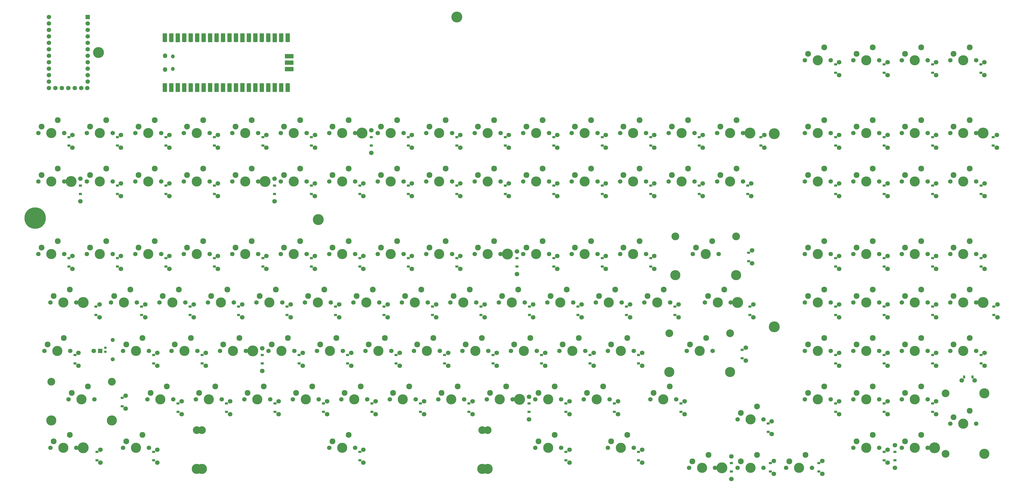
<source format=gbr>
%TF.GenerationSoftware,KiCad,Pcbnew,9.99.0-2510-g416e54f0d5*%
%TF.CreationDate,2026-02-08T14:48:21-05:00*%
%TF.ProjectId,dimension-PCB,64696d65-6e73-4696-9f6e-2d5043422e6b,rev?*%
%TF.SameCoordinates,Original*%
%TF.FileFunction,Soldermask,Bot*%
%TF.FilePolarity,Negative*%
%FSLAX46Y46*%
G04 Gerber Fmt 4.6, Leading zero omitted, Abs format (unit mm)*
G04 Created by KiCad (PCBNEW 9.99.0-2510-g416e54f0d5) date 2026-02-08 14:48:21*
%MOMM*%
%LPD*%
G01*
G04 APERTURE LIST*
G04 Aperture macros list*
%AMRoundRect*
0 Rectangle with rounded corners*
0 $1 Rounding radius*
0 $2 $3 $4 $5 $6 $7 $8 $9 X,Y pos of 4 corners*
0 Add a 4 corners polygon primitive as box body*
4,1,4,$2,$3,$4,$5,$6,$7,$8,$9,$2,$3,0*
0 Add four circle primitives for the rounded corners*
1,1,$1+$1,$2,$3*
1,1,$1+$1,$4,$5*
1,1,$1+$1,$6,$7*
1,1,$1+$1,$8,$9*
0 Add four rect primitives between the rounded corners*
20,1,$1+$1,$2,$3,$4,$5,0*
20,1,$1+$1,$4,$5,$6,$7,0*
20,1,$1+$1,$6,$7,$8,$9,0*
20,1,$1+$1,$8,$9,$2,$3,0*%
G04 Aperture macros list end*
%ADD10C,1.800000*%
%ADD11R,1.200000X0.900000*%
%ADD12C,4.300000*%
%ADD13C,3.987800*%
%ADD14C,3.048000*%
%ADD15C,8.400000*%
%ADD16C,2.300000*%
%ADD17C,1.750000*%
%ADD18R,3.500000X1.700000*%
%ADD19O,1.700000X1.700000*%
%ADD20R,1.700000X1.700000*%
%ADD21R,1.700000X3.500000*%
%ADD22O,1.800000X1.800000*%
%ADD23O,1.500000X1.500000*%
%ADD24RoundRect,0.225000X0.375000X-0.225000X0.375000X0.225000X-0.375000X0.225000X-0.375000X-0.225000X0*%
%ADD25R,1.800000X1.800000*%
%ADD26C,1.600000*%
%ADD27O,1.600000X1.600000*%
%ADD28RoundRect,0.200000X0.275000X-0.200000X0.275000X0.200000X-0.275000X0.200000X-0.275000X-0.200000X0*%
%ADD29R,1.752600X1.752600*%
%ADD30C,1.752600*%
%ADD31RoundRect,0.225000X-0.225000X-0.375000X0.225000X-0.375000X0.225000X0.375000X-0.225000X0.375000X0*%
G04 APERTURE END LIST*
D10*
%TO.C,D87*%
X333680000Y-235122000D03*
D11*
X333680000Y-232200000D03*
X333680000Y-228900000D03*
D10*
X333680000Y-226232000D03*
%TD*%
D12*
%TO.C,H20*%
X329962500Y-230747500D03*
%TD*%
%TO.C,H19*%
X79012500Y-222880000D03*
%TD*%
D10*
%TO.C,D118*%
X397970000Y-230717000D03*
D11*
X397970000Y-227795000D03*
X397970000Y-224495000D03*
D10*
X397970000Y-221827000D03*
%TD*%
D12*
%TO.C,H18*%
X413580000Y-222880000D03*
%TD*%
D10*
%TO.C,D66*%
X254160000Y-211667000D03*
D11*
X254160000Y-208745000D03*
X254160000Y-205445000D03*
D10*
X254160000Y-202777000D03*
%TD*%
D12*
%TO.C,H17*%
X250462500Y-203830000D03*
%TD*%
D10*
%TO.C,D31*%
X149390000Y-192617000D03*
D11*
X149390000Y-189695000D03*
X149390000Y-186395000D03*
D10*
X149390000Y-183727000D03*
%TD*%
D12*
%TO.C,H16*%
X145687500Y-184780000D03*
%TD*%
%TO.C,H15*%
X432630000Y-165730000D03*
%TD*%
%TO.C,H14*%
X336187500Y-165730000D03*
%TD*%
D13*
%TO.C,BSPCSTAB1*%
X335531250Y-154935000D03*
D14*
X335531250Y-139695000D03*
D13*
X311718750Y-154935000D03*
D14*
X311718750Y-139695000D03*
%TD*%
D13*
%TO.C,ENTSTAB1*%
X333150000Y-193035000D03*
D14*
X333150000Y-177795000D03*
D13*
X309337500Y-193035000D03*
D14*
X309337500Y-177795000D03*
%TD*%
D15*
%TO.C,H1*%
X60120000Y-132510000D03*
%TD*%
D12*
%TO.C,H2*%
X225860000Y-53480000D03*
%TD*%
%TO.C,H3*%
X350550000Y-99317500D03*
%TD*%
%TO.C,H4*%
X350550000Y-175317500D03*
%TD*%
%TO.C,H5*%
X171350000Y-133105000D03*
%TD*%
%TO.C,H6*%
X85000000Y-67440000D03*
%TD*%
%TO.C,H7*%
X188550000Y-99055000D03*
%TD*%
%TO.C,H8*%
X340950000Y-99055000D03*
%TD*%
%TO.C,H9*%
X432630000Y-99055000D03*
%TD*%
%TO.C,H10*%
X74250000Y-118105000D03*
%TD*%
%TO.C,H11*%
X150450000Y-118105000D03*
%TD*%
%TO.C,H12*%
X245700000Y-146680000D03*
%TD*%
%TO.C,H13*%
X79012500Y-165730000D03*
%TD*%
D13*
%TO.C,LSHFTSTAB1*%
X90262500Y-212085000D03*
D14*
X90262500Y-196845000D03*
D13*
X66450000Y-212085000D03*
D14*
X66450000Y-196845000D03*
%TD*%
D16*
%TO.C,MX1*%
X88040000Y-93975000D03*
X81690000Y-96515000D03*
D17*
X90580000Y-99055000D03*
D13*
X85500000Y-99055000D03*
D17*
X80420000Y-99055000D03*
%TD*%
D16*
%TO.C,MX2*%
X68990000Y-93975000D03*
X62640000Y-96515000D03*
D17*
X71530000Y-99055000D03*
D13*
X66450000Y-99055000D03*
D17*
X61370000Y-99055000D03*
%TD*%
D16*
%TO.C,MX3*%
X68990000Y-113025000D03*
X62640000Y-115565000D03*
D17*
X71530000Y-118105000D03*
D13*
X66450000Y-118105000D03*
D17*
X61370000Y-118105000D03*
%TD*%
D16*
%TO.C,MX4*%
X88040000Y-113025000D03*
X81690000Y-115565000D03*
D17*
X90580000Y-118105000D03*
D13*
X85500000Y-118105000D03*
D17*
X80420000Y-118105000D03*
%TD*%
D16*
%TO.C,MX5*%
X88040000Y-141600000D03*
X81690000Y-144140000D03*
D17*
X90580000Y-146680000D03*
D13*
X85500000Y-146680000D03*
D17*
X80420000Y-146680000D03*
%TD*%
D16*
%TO.C,MX6*%
X68990000Y-141600000D03*
X62640000Y-144140000D03*
D17*
X71530000Y-146680000D03*
D13*
X66450000Y-146680000D03*
D17*
X61370000Y-146680000D03*
%TD*%
D16*
%TO.C,MX7*%
X97565000Y-160650000D03*
X91215000Y-163190000D03*
D17*
X100105000Y-165730000D03*
D13*
X95025000Y-165730000D03*
D17*
X89945000Y-165730000D03*
%TD*%
D16*
%TO.C,MX8*%
X73752500Y-160650000D03*
X67402500Y-163190000D03*
D17*
X76292500Y-165730000D03*
D13*
X71212500Y-165730000D03*
D17*
X66132500Y-165730000D03*
%TD*%
D16*
%TO.C,MX9*%
X71371250Y-179700000D03*
X65021250Y-182240000D03*
D17*
X73911250Y-184780000D03*
D13*
X68831250Y-184780000D03*
D17*
X63751250Y-184780000D03*
%TD*%
D16*
%TO.C,MX10*%
X80896250Y-198750000D03*
X74546250Y-201290000D03*
D17*
X83436250Y-203830000D03*
D13*
X78356250Y-203830000D03*
D17*
X73276250Y-203830000D03*
%TD*%
D16*
%TO.C,MX11*%
X73752500Y-217800000D03*
X67402500Y-220340000D03*
D17*
X76292500Y-222880000D03*
D13*
X71212500Y-222880000D03*
D17*
X66132500Y-222880000D03*
%TD*%
D16*
%TO.C,MX12*%
X107090000Y-93975000D03*
X100740000Y-96515000D03*
D17*
X109630000Y-99055000D03*
D13*
X104550000Y-99055000D03*
D17*
X99470000Y-99055000D03*
%TD*%
D16*
%TO.C,MX13*%
X126140000Y-93975000D03*
X119790000Y-96515000D03*
D17*
X128680000Y-99055000D03*
D13*
X123600000Y-99055000D03*
D17*
X118520000Y-99055000D03*
%TD*%
D16*
%TO.C,MX14*%
X126140000Y-113025000D03*
X119790000Y-115565000D03*
D17*
X128680000Y-118105000D03*
D13*
X123600000Y-118105000D03*
D17*
X118520000Y-118105000D03*
%TD*%
D16*
%TO.C,MX15*%
X107090000Y-113025000D03*
X100740000Y-115565000D03*
D17*
X109630000Y-118105000D03*
D13*
X104550000Y-118105000D03*
D17*
X99470000Y-118105000D03*
%TD*%
D16*
%TO.C,MX16*%
X107090000Y-141600000D03*
X100740000Y-144140000D03*
D17*
X109630000Y-146680000D03*
D13*
X104550000Y-146680000D03*
D17*
X99470000Y-146680000D03*
%TD*%
D16*
%TO.C,MX17*%
X126140000Y-141600000D03*
X119790000Y-144140000D03*
D17*
X128680000Y-146680000D03*
D13*
X123600000Y-146680000D03*
D17*
X118520000Y-146680000D03*
%TD*%
D16*
%TO.C,MX18*%
X116615000Y-160650000D03*
X110265000Y-163190000D03*
D17*
X119155000Y-165730000D03*
D13*
X114075000Y-165730000D03*
D17*
X108995000Y-165730000D03*
%TD*%
D16*
%TO.C,MX19*%
X121377500Y-179700000D03*
X115027500Y-182240000D03*
D17*
X123917500Y-184780000D03*
D13*
X118837500Y-184780000D03*
D17*
X113757500Y-184780000D03*
%TD*%
D16*
%TO.C,MX20*%
X102327500Y-179700000D03*
X95977500Y-182240000D03*
D17*
X104867500Y-184780000D03*
D13*
X99787500Y-184780000D03*
D17*
X94707500Y-184780000D03*
%TD*%
D16*
%TO.C,MX21*%
X111852500Y-198750000D03*
X105502500Y-201290000D03*
D17*
X114392500Y-203830000D03*
D13*
X109312500Y-203830000D03*
D17*
X104232500Y-203830000D03*
%TD*%
D16*
%TO.C,MX22*%
X102327500Y-217800000D03*
X95977500Y-220340000D03*
D17*
X104867500Y-222880000D03*
D13*
X99787500Y-222880000D03*
D17*
X94707500Y-222880000D03*
%TD*%
D16*
%TO.C,MX23*%
X164240000Y-93975000D03*
X157890000Y-96515000D03*
D17*
X166780000Y-99055000D03*
D13*
X161700000Y-99055000D03*
D17*
X156620000Y-99055000D03*
%TD*%
D16*
%TO.C,MX24*%
X145190000Y-93975000D03*
X138840000Y-96515000D03*
D17*
X147730000Y-99055000D03*
D13*
X142650000Y-99055000D03*
D17*
X137570000Y-99055000D03*
%TD*%
D16*
%TO.C,MX25*%
X145190000Y-113025000D03*
X138840000Y-115565000D03*
D17*
X147730000Y-118105000D03*
D13*
X142650000Y-118105000D03*
D17*
X137570000Y-118105000D03*
%TD*%
D16*
%TO.C,MX26*%
X164240000Y-113025000D03*
X157890000Y-115565000D03*
D17*
X166780000Y-118105000D03*
D13*
X161700000Y-118105000D03*
D17*
X156620000Y-118105000D03*
%TD*%
D16*
%TO.C,MX27*%
X145190000Y-141600000D03*
X138840000Y-144140000D03*
D17*
X147730000Y-146680000D03*
D13*
X142650000Y-146680000D03*
D17*
X137570000Y-146680000D03*
%TD*%
D16*
%TO.C,MX28*%
X154715000Y-160650000D03*
X148365000Y-163190000D03*
D17*
X157255000Y-165730000D03*
D13*
X152175000Y-165730000D03*
D17*
X147095000Y-165730000D03*
%TD*%
D16*
%TO.C,MX29*%
X135665000Y-160650000D03*
X129315000Y-163190000D03*
D17*
X138205000Y-165730000D03*
D13*
X133125000Y-165730000D03*
D17*
X128045000Y-165730000D03*
%TD*%
D16*
%TO.C,MX30*%
X159477500Y-179700000D03*
X153127500Y-182240000D03*
D17*
X162017500Y-184780000D03*
D13*
X156937500Y-184780000D03*
D17*
X151857500Y-184780000D03*
%TD*%
D16*
%TO.C,MX31*%
X140427500Y-179700000D03*
X134077500Y-182240000D03*
D17*
X142967500Y-184780000D03*
D13*
X137887500Y-184780000D03*
D17*
X132807500Y-184780000D03*
%TD*%
D16*
%TO.C,MX32*%
X149952500Y-198750000D03*
X143602500Y-201290000D03*
D17*
X152492500Y-203830000D03*
D13*
X147412500Y-203830000D03*
D17*
X142332500Y-203830000D03*
%TD*%
D16*
%TO.C,MX33*%
X130902500Y-198750000D03*
X124552500Y-201290000D03*
D17*
X133442500Y-203830000D03*
D13*
X128362500Y-203830000D03*
D17*
X123282500Y-203830000D03*
%TD*%
D16*
%TO.C,MX34*%
X183290000Y-93975000D03*
X176940000Y-96515000D03*
D17*
X185830000Y-99055000D03*
D13*
X180750000Y-99055000D03*
D17*
X175670000Y-99055000D03*
%TD*%
D16*
%TO.C,MX35*%
X183290000Y-113025000D03*
X176940000Y-115565000D03*
D17*
X185830000Y-118105000D03*
D13*
X180750000Y-118105000D03*
D17*
X175670000Y-118105000D03*
%TD*%
D16*
%TO.C,MX36*%
X183290000Y-141600000D03*
X176940000Y-144140000D03*
D17*
X185830000Y-146680000D03*
D13*
X180750000Y-146680000D03*
D17*
X175670000Y-146680000D03*
%TD*%
D16*
%TO.C,MX37*%
X164240000Y-141600000D03*
X157890000Y-144140000D03*
D17*
X166780000Y-146680000D03*
D13*
X161700000Y-146680000D03*
D17*
X156620000Y-146680000D03*
%TD*%
D16*
%TO.C,MX38*%
X192815000Y-160650000D03*
X186465000Y-163190000D03*
D17*
X195355000Y-165730000D03*
D13*
X190275000Y-165730000D03*
D17*
X185195000Y-165730000D03*
%TD*%
D16*
%TO.C,MX39*%
X173765000Y-160650000D03*
X167415000Y-163190000D03*
D17*
X176305000Y-165730000D03*
D13*
X171225000Y-165730000D03*
D17*
X166145000Y-165730000D03*
%TD*%
D16*
%TO.C,MX40*%
X197577500Y-179700000D03*
X191227500Y-182240000D03*
D17*
X200117500Y-184780000D03*
D13*
X195037500Y-184780000D03*
D17*
X189957500Y-184780000D03*
%TD*%
D16*
%TO.C,MX41*%
X178527500Y-179700000D03*
X172177500Y-182240000D03*
D17*
X181067500Y-184780000D03*
D13*
X175987500Y-184780000D03*
D17*
X170907500Y-184780000D03*
%TD*%
D16*
%TO.C,MX42*%
X188052500Y-198750000D03*
X181702500Y-201290000D03*
D17*
X190592500Y-203830000D03*
D13*
X185512500Y-203830000D03*
D17*
X180432500Y-203830000D03*
%TD*%
D16*
%TO.C,MX43*%
X169002500Y-198750000D03*
X162652500Y-201290000D03*
D17*
X171542500Y-203830000D03*
D13*
X166462500Y-203830000D03*
D17*
X161382500Y-203830000D03*
%TD*%
D16*
%TO.C,MX44*%
X183290000Y-217800000D03*
X176940000Y-220340000D03*
D17*
X185830000Y-222880000D03*
D13*
X180750000Y-222880000D03*
D17*
X175670000Y-222880000D03*
%TD*%
D16*
%TO.C,MX45*%
X221390000Y-93975000D03*
X215040000Y-96515000D03*
D17*
X223930000Y-99055000D03*
D13*
X218850000Y-99055000D03*
D17*
X213770000Y-99055000D03*
%TD*%
D16*
%TO.C,MX46*%
X202340000Y-93975000D03*
X195990000Y-96515000D03*
D17*
X204880000Y-99055000D03*
D13*
X199800000Y-99055000D03*
D17*
X194720000Y-99055000D03*
%TD*%
D16*
%TO.C,MX47*%
X221390000Y-113025000D03*
X215040000Y-115565000D03*
D17*
X223930000Y-118105000D03*
D13*
X218850000Y-118105000D03*
D17*
X213770000Y-118105000D03*
%TD*%
D16*
%TO.C,MX48*%
X202340000Y-113025000D03*
X195990000Y-115565000D03*
D17*
X204880000Y-118105000D03*
D13*
X199800000Y-118105000D03*
D17*
X194720000Y-118105000D03*
%TD*%
D16*
%TO.C,MX49*%
X221390000Y-141600000D03*
X215040000Y-144140000D03*
D17*
X223930000Y-146680000D03*
D13*
X218850000Y-146680000D03*
D17*
X213770000Y-146680000D03*
%TD*%
D16*
%TO.C,MX50*%
X202340000Y-141600000D03*
X195990000Y-144140000D03*
D17*
X204880000Y-146680000D03*
D13*
X199800000Y-146680000D03*
D17*
X194720000Y-146680000D03*
%TD*%
D16*
%TO.C,MX51*%
X230915000Y-160650000D03*
X224565000Y-163190000D03*
D17*
X233455000Y-165730000D03*
D13*
X228375000Y-165730000D03*
D17*
X223295000Y-165730000D03*
%TD*%
D16*
%TO.C,MX52*%
X211865000Y-160650000D03*
X205515000Y-163190000D03*
D17*
X214405000Y-165730000D03*
D13*
X209325000Y-165730000D03*
D17*
X204245000Y-165730000D03*
%TD*%
D16*
%TO.C,MX53*%
X216627500Y-179700000D03*
X210277500Y-182240000D03*
D17*
X219167500Y-184780000D03*
D13*
X214087500Y-184780000D03*
D17*
X209007500Y-184780000D03*
%TD*%
D16*
%TO.C,MX54*%
X226152500Y-198750000D03*
X219802500Y-201290000D03*
D17*
X228692500Y-203830000D03*
D13*
X223612500Y-203830000D03*
D17*
X218532500Y-203830000D03*
%TD*%
D16*
%TO.C,MX55*%
X207102500Y-198750000D03*
X200752500Y-201290000D03*
D17*
X209642500Y-203830000D03*
D13*
X204562500Y-203830000D03*
D17*
X199482500Y-203830000D03*
%TD*%
D16*
%TO.C,MX56*%
X259490000Y-93975000D03*
X253140000Y-96515000D03*
D17*
X262030000Y-99055000D03*
D13*
X256950000Y-99055000D03*
D17*
X251870000Y-99055000D03*
%TD*%
D16*
%TO.C,MX57*%
X240440000Y-93975000D03*
X234090000Y-96515000D03*
D17*
X242980000Y-99055000D03*
D13*
X237900000Y-99055000D03*
D17*
X232820000Y-99055000D03*
%TD*%
D16*
%TO.C,MX58*%
X259490000Y-113025000D03*
X253140000Y-115565000D03*
D17*
X262030000Y-118105000D03*
D13*
X256950000Y-118105000D03*
D17*
X251870000Y-118105000D03*
%TD*%
D16*
%TO.C,MX59*%
X240440000Y-113025000D03*
X234090000Y-115565000D03*
D17*
X242980000Y-118105000D03*
D13*
X237900000Y-118105000D03*
D17*
X232820000Y-118105000D03*
%TD*%
D16*
%TO.C,MX60*%
X259490000Y-141600000D03*
X253140000Y-144140000D03*
D17*
X262030000Y-146680000D03*
D13*
X256950000Y-146680000D03*
D17*
X251870000Y-146680000D03*
%TD*%
D16*
%TO.C,MX61*%
X240440000Y-141600000D03*
X234090000Y-144140000D03*
D17*
X242980000Y-146680000D03*
D13*
X237900000Y-146680000D03*
D17*
X232820000Y-146680000D03*
%TD*%
D16*
%TO.C,MX62*%
X249965000Y-160650000D03*
X243615000Y-163190000D03*
D17*
X252505000Y-165730000D03*
D13*
X247425000Y-165730000D03*
D17*
X242345000Y-165730000D03*
%TD*%
D16*
%TO.C,MX63*%
X254727500Y-179700000D03*
X248377500Y-182240000D03*
D17*
X257267500Y-184780000D03*
D13*
X252187500Y-184780000D03*
D17*
X247107500Y-184780000D03*
%TD*%
D16*
%TO.C,MX64*%
X235677500Y-179700000D03*
X229327500Y-182240000D03*
D17*
X238217500Y-184780000D03*
D13*
X233137500Y-184780000D03*
D17*
X228057500Y-184780000D03*
%TD*%
D16*
%TO.C,MX65*%
X264252500Y-198750000D03*
X257902500Y-201290000D03*
D17*
X266792500Y-203830000D03*
D13*
X261712500Y-203830000D03*
D17*
X256632500Y-203830000D03*
%TD*%
D16*
%TO.C,MX66*%
X245202500Y-198750000D03*
X238852500Y-201290000D03*
D17*
X247742500Y-203830000D03*
D13*
X242662500Y-203830000D03*
D17*
X237582500Y-203830000D03*
%TD*%
D16*
%TO.C,MX67*%
X278540000Y-93975000D03*
X272190000Y-96515000D03*
D17*
X281080000Y-99055000D03*
D13*
X276000000Y-99055000D03*
D17*
X270920000Y-99055000D03*
%TD*%
D16*
%TO.C,MX68*%
X278540000Y-113025000D03*
X272190000Y-115565000D03*
D17*
X281080000Y-118105000D03*
D13*
X276000000Y-118105000D03*
D17*
X270920000Y-118105000D03*
%TD*%
D16*
%TO.C,MX69*%
X297590000Y-141600000D03*
X291240000Y-144140000D03*
D17*
X300130000Y-146680000D03*
D13*
X295050000Y-146680000D03*
D17*
X289970000Y-146680000D03*
%TD*%
D16*
%TO.C,MX70*%
X278540000Y-141600000D03*
X272190000Y-144140000D03*
D17*
X281080000Y-146680000D03*
D13*
X276000000Y-146680000D03*
D17*
X270920000Y-146680000D03*
%TD*%
D16*
%TO.C,MX71*%
X288065000Y-160650000D03*
X281715000Y-163190000D03*
D17*
X290605000Y-165730000D03*
D13*
X285525000Y-165730000D03*
D17*
X280445000Y-165730000D03*
%TD*%
D16*
%TO.C,MX72*%
X269015000Y-160650000D03*
X262665000Y-163190000D03*
D17*
X271555000Y-165730000D03*
D13*
X266475000Y-165730000D03*
D17*
X261395000Y-165730000D03*
%TD*%
D16*
%TO.C,MX73*%
X292827500Y-179700000D03*
X286477500Y-182240000D03*
D17*
X295367500Y-184780000D03*
D13*
X290287500Y-184780000D03*
D17*
X285207500Y-184780000D03*
%TD*%
D16*
%TO.C,MX74*%
X273777500Y-179700000D03*
X267427500Y-182240000D03*
D17*
X276317500Y-184780000D03*
D13*
X271237500Y-184780000D03*
D17*
X266157500Y-184780000D03*
%TD*%
D16*
%TO.C,MX75*%
X283302500Y-198750000D03*
X276952500Y-201290000D03*
D17*
X285842500Y-203830000D03*
D13*
X280762500Y-203830000D03*
D17*
X275682500Y-203830000D03*
%TD*%
D16*
%TO.C,MX76*%
X292827500Y-217800000D03*
X286477500Y-220340000D03*
D17*
X295367500Y-222880000D03*
D13*
X290287500Y-222880000D03*
D17*
X285207500Y-222880000D03*
%TD*%
D16*
%TO.C,MX77*%
X264252500Y-217800000D03*
X257902500Y-220340000D03*
D17*
X266792500Y-222880000D03*
D13*
X261712500Y-222880000D03*
D17*
X256632500Y-222880000D03*
%TD*%
D16*
%TO.C,MX78*%
X316640000Y-93975000D03*
X310290000Y-96515000D03*
D17*
X319180000Y-99055000D03*
D13*
X314100000Y-99055000D03*
D17*
X309020000Y-99055000D03*
%TD*%
D16*
%TO.C,MX79*%
X297590000Y-93975000D03*
X291240000Y-96515000D03*
D17*
X300130000Y-99055000D03*
D13*
X295050000Y-99055000D03*
D17*
X289970000Y-99055000D03*
%TD*%
D16*
%TO.C,MX80*%
X316640000Y-113025000D03*
X310290000Y-115565000D03*
D17*
X319180000Y-118105000D03*
D13*
X314100000Y-118105000D03*
D17*
X309020000Y-118105000D03*
%TD*%
D16*
%TO.C,MX81*%
X297590000Y-113025000D03*
X291240000Y-115565000D03*
D17*
X300130000Y-118105000D03*
D13*
X295050000Y-118105000D03*
D17*
X289970000Y-118105000D03*
%TD*%
D16*
%TO.C,MX82*%
X326165000Y-141600000D03*
X319815000Y-144140000D03*
D17*
X328705000Y-146680000D03*
D13*
X323625000Y-146680000D03*
D17*
X318545000Y-146680000D03*
%TD*%
D16*
%TO.C,MX83*%
X330927500Y-160650000D03*
X324577500Y-163190000D03*
D17*
X333467500Y-165730000D03*
D13*
X328387500Y-165730000D03*
D17*
X323307500Y-165730000D03*
%TD*%
D16*
%TO.C,MX84*%
X307115000Y-160650000D03*
X300765000Y-163190000D03*
D17*
X309655000Y-165730000D03*
D13*
X304575000Y-165730000D03*
D17*
X299495000Y-165730000D03*
%TD*%
D16*
%TO.C,MX85*%
X323783750Y-179700000D03*
X317433750Y-182240000D03*
D17*
X326323750Y-184780000D03*
D13*
X321243750Y-184780000D03*
D17*
X316163750Y-184780000D03*
%TD*%
D16*
%TO.C,MX86*%
X309496250Y-198750000D03*
X303146250Y-201290000D03*
D17*
X312036250Y-203830000D03*
D13*
X306956250Y-203830000D03*
D17*
X301876250Y-203830000D03*
%TD*%
D16*
%TO.C,MX87*%
X324702500Y-225667500D03*
X318352500Y-228207500D03*
D17*
X327242500Y-230747500D03*
D13*
X322162500Y-230747500D03*
D17*
X317082500Y-230747500D03*
%TD*%
D16*
%TO.C,MX88*%
X343752500Y-225667500D03*
X337402500Y-228207500D03*
D17*
X346292500Y-230747500D03*
D13*
X341212500Y-230747500D03*
D17*
X336132500Y-230747500D03*
%TD*%
D16*
%TO.C,MX89*%
X370220000Y-65400000D03*
X363870000Y-67940000D03*
D17*
X372760000Y-70480000D03*
D13*
X367680000Y-70480000D03*
D17*
X362600000Y-70480000D03*
%TD*%
D16*
%TO.C,MX90*%
X370220000Y-93975000D03*
X363870000Y-96515000D03*
D17*
X372760000Y-99055000D03*
D13*
X367680000Y-99055000D03*
D17*
X362600000Y-99055000D03*
%TD*%
D16*
%TO.C,MX91*%
X335690000Y-93975000D03*
X329340000Y-96515000D03*
D17*
X338230000Y-99055000D03*
D13*
X333150000Y-99055000D03*
D17*
X328070000Y-99055000D03*
%TD*%
D16*
%TO.C,MX92*%
X370220000Y-113025000D03*
X363870000Y-115565000D03*
D17*
X372760000Y-118105000D03*
D13*
X367680000Y-118105000D03*
D17*
X362600000Y-118105000D03*
%TD*%
D16*
%TO.C,MX93*%
X335690000Y-113025000D03*
X329340000Y-115565000D03*
D17*
X338230000Y-118105000D03*
D13*
X333150000Y-118105000D03*
D17*
X328070000Y-118105000D03*
%TD*%
D16*
%TO.C,MX94*%
X370220000Y-141600000D03*
X363870000Y-144140000D03*
D17*
X372760000Y-146680000D03*
D13*
X367680000Y-146680000D03*
D17*
X362600000Y-146680000D03*
%TD*%
D16*
%TO.C,MX95*%
X370220000Y-160650000D03*
X363870000Y-163190000D03*
D17*
X372760000Y-165730000D03*
D13*
X367680000Y-165730000D03*
D17*
X362600000Y-165730000D03*
%TD*%
D16*
%TO.C,MX96*%
X370220000Y-179700000D03*
X363870000Y-182240000D03*
D17*
X372760000Y-184780000D03*
D13*
X367680000Y-184780000D03*
D17*
X362600000Y-184780000D03*
%TD*%
D16*
%TO.C,MX97*%
X370220000Y-198750000D03*
X363870000Y-201290000D03*
D17*
X372760000Y-203830000D03*
D13*
X367680000Y-203830000D03*
D17*
X362600000Y-203830000D03*
%TD*%
D16*
%TO.C,MX98*%
X343752500Y-206617500D03*
X337402500Y-209157500D03*
D17*
X346292500Y-211697500D03*
D13*
X341212500Y-211697500D03*
D17*
X336132500Y-211697500D03*
%TD*%
D16*
%TO.C,MX99*%
X362802500Y-225667500D03*
X356452500Y-228207500D03*
D17*
X365342500Y-230747500D03*
D13*
X360262500Y-230747500D03*
D17*
X355182500Y-230747500D03*
%TD*%
D16*
%TO.C,MX100*%
X389270000Y-65400000D03*
X382920000Y-67940000D03*
D17*
X391810000Y-70480000D03*
D13*
X386730000Y-70480000D03*
D17*
X381650000Y-70480000D03*
%TD*%
D16*
%TO.C,MX101*%
X389270000Y-93975000D03*
X382920000Y-96515000D03*
D17*
X391810000Y-99055000D03*
D13*
X386730000Y-99055000D03*
D17*
X381650000Y-99055000D03*
%TD*%
D16*
%TO.C,MX102*%
X389270000Y-113025000D03*
X382920000Y-115565000D03*
D17*
X391810000Y-118105000D03*
D13*
X386730000Y-118105000D03*
D17*
X381650000Y-118105000D03*
%TD*%
D16*
%TO.C,MX103*%
X389270000Y-141600000D03*
X382920000Y-144140000D03*
D17*
X391810000Y-146680000D03*
D13*
X386730000Y-146680000D03*
D17*
X381650000Y-146680000D03*
%TD*%
D16*
%TO.C,MX104*%
X389270000Y-160650000D03*
X382920000Y-163190000D03*
D17*
X391810000Y-165730000D03*
D13*
X386730000Y-165730000D03*
D17*
X381650000Y-165730000D03*
%TD*%
D16*
%TO.C,MX105*%
X389270000Y-179700000D03*
X382920000Y-182240000D03*
D17*
X391810000Y-184780000D03*
D13*
X386730000Y-184780000D03*
D17*
X381650000Y-184780000D03*
%TD*%
D16*
%TO.C,MX106*%
X389270000Y-198750000D03*
X382920000Y-201290000D03*
D17*
X391810000Y-203830000D03*
D13*
X386730000Y-203830000D03*
D17*
X381650000Y-203830000D03*
%TD*%
D16*
%TO.C,MX107*%
X389270000Y-217800000D03*
X382920000Y-220340000D03*
D17*
X391810000Y-222880000D03*
D13*
X386730000Y-222880000D03*
D17*
X381650000Y-222880000D03*
%TD*%
D16*
%TO.C,MX111*%
X408320000Y-65400000D03*
X401970000Y-67940000D03*
D17*
X410860000Y-70480000D03*
D13*
X405780000Y-70480000D03*
D17*
X400700000Y-70480000D03*
%TD*%
D16*
%TO.C,MX112*%
X408320000Y-93975000D03*
X401970000Y-96515000D03*
D17*
X410860000Y-99055000D03*
D13*
X405780000Y-99055000D03*
D17*
X400700000Y-99055000D03*
%TD*%
D16*
%TO.C,MX113*%
X408320000Y-113025000D03*
X401970000Y-115565000D03*
D17*
X410860000Y-118105000D03*
D13*
X405780000Y-118105000D03*
D17*
X400700000Y-118105000D03*
%TD*%
D16*
%TO.C,MX114*%
X408320000Y-141600000D03*
X401970000Y-144140000D03*
D17*
X410860000Y-146680000D03*
D13*
X405780000Y-146680000D03*
D17*
X400700000Y-146680000D03*
%TD*%
D16*
%TO.C,MX115*%
X408320000Y-160650000D03*
X401970000Y-163190000D03*
D17*
X410860000Y-165730000D03*
D13*
X405780000Y-165730000D03*
D17*
X400700000Y-165730000D03*
%TD*%
D16*
%TO.C,MX116*%
X408320000Y-179700000D03*
X401970000Y-182240000D03*
D17*
X410860000Y-184780000D03*
D13*
X405780000Y-184780000D03*
D17*
X400700000Y-184780000D03*
%TD*%
D16*
%TO.C,MX117*%
X408320000Y-198750000D03*
X401970000Y-201290000D03*
D17*
X410860000Y-203830000D03*
D13*
X405780000Y-203830000D03*
D17*
X400700000Y-203830000D03*
%TD*%
D16*
%TO.C,MX118*%
X408320000Y-217800000D03*
X401970000Y-220340000D03*
D17*
X410860000Y-222880000D03*
D13*
X405780000Y-222880000D03*
D17*
X400700000Y-222880000D03*
%TD*%
D16*
%TO.C,MX122*%
X427370000Y-65400000D03*
X421020000Y-67940000D03*
D17*
X429910000Y-70480000D03*
D13*
X424830000Y-70480000D03*
D17*
X419750000Y-70480000D03*
%TD*%
D16*
%TO.C,MX123*%
X427370000Y-93975000D03*
X421020000Y-96515000D03*
D17*
X429910000Y-99055000D03*
D13*
X424830000Y-99055000D03*
D17*
X419750000Y-99055000D03*
%TD*%
D16*
%TO.C,MX124*%
X427370000Y-113025000D03*
X421020000Y-115565000D03*
D17*
X429910000Y-118105000D03*
D13*
X424830000Y-118105000D03*
D17*
X419750000Y-118105000D03*
%TD*%
D16*
%TO.C,MX125*%
X427370000Y-141600000D03*
X421020000Y-144140000D03*
D17*
X429910000Y-146680000D03*
D13*
X424830000Y-146680000D03*
D17*
X419750000Y-146680000D03*
%TD*%
D16*
%TO.C,MX126*%
X427370000Y-160650000D03*
X421020000Y-163190000D03*
D17*
X429910000Y-165730000D03*
D13*
X424830000Y-165730000D03*
D17*
X419750000Y-165730000D03*
%TD*%
D16*
%TO.C,MX127*%
X427370000Y-179700000D03*
X421020000Y-182240000D03*
D17*
X429910000Y-184780000D03*
D13*
X424830000Y-184780000D03*
D17*
X419750000Y-184780000D03*
%TD*%
D16*
%TO.C,MX128*%
X427370000Y-208275000D03*
X421020000Y-210815000D03*
D17*
X429910000Y-213355000D03*
D13*
X424830000Y-213355000D03*
D17*
X419750000Y-213355000D03*
%TD*%
D13*
%TO.C,NUMENTSTAB1*%
X433085000Y-201448750D03*
D14*
X417845000Y-201448750D03*
D13*
X433085000Y-225261250D03*
D14*
X417845000Y-225261250D03*
%TD*%
D13*
%TO.C,SPACESTAB1*%
X237900000Y-231135000D03*
D14*
X237900000Y-215895000D03*
D13*
X235840000Y-231135000D03*
D14*
X235840000Y-215895000D03*
D13*
X125660000Y-231135000D03*
D14*
X125660000Y-215895000D03*
D13*
X123600000Y-231135000D03*
D14*
X123600000Y-215895000D03*
%TD*%
D18*
%TO.C,U1*%
X160000000Y-73940000D03*
D19*
X159100000Y-73940000D03*
D18*
X160000000Y-71400000D03*
D20*
X159100000Y-71400000D03*
D18*
X160000000Y-68860000D03*
D19*
X159100000Y-68860000D03*
D21*
X111070000Y-81190000D03*
D19*
X111070000Y-80290000D03*
D21*
X113610000Y-81190000D03*
D19*
X113610000Y-80290000D03*
D21*
X116150000Y-81190000D03*
D20*
X116150000Y-80290000D03*
D21*
X118690000Y-81190000D03*
D19*
X118690000Y-80290000D03*
D21*
X121230000Y-81190000D03*
D19*
X121230000Y-80290000D03*
D21*
X123770000Y-81190000D03*
D19*
X123770000Y-80290000D03*
D21*
X126310000Y-81190000D03*
D19*
X126310000Y-80290000D03*
D21*
X128850000Y-81190000D03*
D20*
X128850000Y-80290000D03*
D21*
X131390000Y-81190000D03*
D19*
X131390000Y-80290000D03*
D21*
X133930000Y-81190000D03*
D19*
X133930000Y-80290000D03*
D21*
X136470000Y-81190000D03*
D19*
X136470000Y-80290000D03*
D21*
X139010000Y-81190000D03*
D19*
X139010000Y-80290000D03*
D21*
X141550000Y-81190000D03*
D20*
X141550000Y-80290000D03*
D21*
X144090000Y-81190000D03*
D19*
X144090000Y-80290000D03*
D21*
X146630000Y-81190000D03*
D19*
X146630000Y-80290000D03*
D21*
X149170000Y-81190000D03*
D19*
X149170000Y-80290000D03*
D21*
X151710000Y-81190000D03*
D19*
X151710000Y-80290000D03*
D21*
X154250000Y-81190000D03*
D20*
X154250000Y-80290000D03*
D21*
X156790000Y-81190000D03*
D19*
X156790000Y-80290000D03*
D21*
X159330000Y-81190000D03*
D19*
X159330000Y-80290000D03*
D21*
X159330000Y-61610000D03*
D19*
X159330000Y-62510000D03*
D21*
X156790000Y-61610000D03*
D19*
X156790000Y-62510000D03*
D21*
X154250000Y-61610000D03*
D20*
X154250000Y-62510000D03*
D21*
X151710000Y-61610000D03*
D19*
X151710000Y-62510000D03*
D21*
X149170000Y-61610000D03*
D19*
X149170000Y-62510000D03*
D21*
X146630000Y-61610000D03*
D19*
X146630000Y-62510000D03*
D21*
X144090000Y-61610000D03*
D19*
X144090000Y-62510000D03*
D21*
X141550000Y-61610000D03*
D20*
X141550000Y-62510000D03*
D21*
X139010000Y-61610000D03*
D19*
X139010000Y-62510000D03*
D21*
X136470000Y-61610000D03*
D19*
X136470000Y-62510000D03*
D21*
X133930000Y-61610000D03*
D19*
X133930000Y-62510000D03*
D21*
X131390000Y-61610000D03*
D19*
X131390000Y-62510000D03*
D21*
X128850000Y-61610000D03*
D20*
X128850000Y-62510000D03*
D21*
X126310000Y-61610000D03*
D19*
X126310000Y-62510000D03*
D21*
X123770000Y-61610000D03*
D19*
X123770000Y-62510000D03*
D21*
X121230000Y-61610000D03*
D19*
X121230000Y-62510000D03*
D21*
X118690000Y-61610000D03*
D19*
X118690000Y-62510000D03*
D21*
X116150000Y-61610000D03*
D20*
X116150000Y-62510000D03*
D21*
X113610000Y-61610000D03*
D19*
X113610000Y-62510000D03*
D21*
X111070000Y-61610000D03*
D19*
X111070000Y-62510000D03*
D22*
X111200000Y-74125000D03*
D23*
X114230000Y-73825000D03*
X114230000Y-68975000D03*
D22*
X111200000Y-68675000D03*
%TD*%
D10*
%TO.C,D123*%
X437967500Y-99800000D03*
D24*
X436567500Y-100670000D03*
X436567500Y-103970000D03*
D10*
X437967500Y-104840000D03*
%TD*%
%TO.C,D24*%
X151010000Y-104840000D03*
D24*
X149610000Y-103970000D03*
X149610000Y-100670000D03*
D10*
X151010000Y-99800000D03*
%TD*%
%TO.C,D34*%
X192240000Y-106892000D03*
D11*
X192240000Y-103970000D03*
X192240000Y-100670000D03*
D10*
X192240000Y-98002000D03*
%TD*%
%TO.C,D61*%
X249430000Y-154517000D03*
D11*
X249430000Y-151595000D03*
X249430000Y-148295000D03*
D10*
X249430000Y-145627000D03*
%TD*%
%TO.C,D25*%
X154190000Y-125942000D03*
D11*
X154190000Y-123020000D03*
X154190000Y-119720000D03*
D10*
X154190000Y-117052000D03*
%TD*%
D25*
%TO.C,LED1*%
X85700000Y-184780000D03*
D10*
X83160000Y-184780000D03*
%TD*%
D26*
%TO.C,R2*%
X90600000Y-188020000D03*
D27*
X90600000Y-180400000D03*
%TD*%
D10*
%TO.C,D60*%
X265310000Y-152465000D03*
D24*
X263910000Y-151595000D03*
X263910000Y-148295000D03*
D10*
X265310000Y-147425000D03*
%TD*%
%TO.C,D80*%
X322460000Y-123890000D03*
D24*
X321060000Y-123020000D03*
X321060000Y-119720000D03*
D10*
X322460000Y-118850000D03*
%TD*%
%TO.C,D45*%
X227210000Y-104840000D03*
D24*
X225810000Y-103970000D03*
X225810000Y-100670000D03*
D10*
X227210000Y-99800000D03*
%TD*%
%TO.C,D96*%
X376040000Y-190565000D03*
D24*
X374640000Y-189695000D03*
X374640000Y-186395000D03*
D10*
X376040000Y-185525000D03*
%TD*%
%TO.C,D37*%
X170060000Y-152465000D03*
D24*
X168660000Y-151595000D03*
X168660000Y-148295000D03*
D10*
X170060000Y-147425000D03*
%TD*%
%TO.C,D10*%
X95737500Y-207420000D03*
D24*
X94337500Y-206550000D03*
X94337500Y-203250000D03*
D10*
X95737500Y-202380000D03*
%TD*%
%TO.C,D103*%
X395090000Y-152465000D03*
D24*
X393690000Y-151595000D03*
X393690000Y-148295000D03*
D10*
X395090000Y-147425000D03*
%TD*%
%TO.C,D22*%
X108147500Y-228665000D03*
D24*
X106747500Y-227795000D03*
X106747500Y-224495000D03*
D10*
X108147500Y-223625000D03*
%TD*%
%TO.C,D47*%
X227210000Y-123890000D03*
D24*
X225810000Y-123020000D03*
X225810000Y-119720000D03*
D10*
X227210000Y-118850000D03*
%TD*%
%TO.C,D58*%
X265310000Y-123890000D03*
D24*
X263910000Y-123020000D03*
X263910000Y-119720000D03*
D10*
X265310000Y-118850000D03*
%TD*%
%TO.C,D39*%
X179585000Y-171515000D03*
D24*
X178185000Y-170645000D03*
X178185000Y-167345000D03*
D10*
X179585000Y-166475000D03*
%TD*%
%TO.C,D78*%
X322460000Y-104840000D03*
D24*
X321060000Y-103970000D03*
X321060000Y-100670000D03*
D10*
X322460000Y-99800000D03*
%TD*%
%TO.C,D115*%
X414140000Y-171515000D03*
D24*
X412740000Y-170645000D03*
X412740000Y-167345000D03*
D10*
X414140000Y-166475000D03*
%TD*%
%TO.C,D56*%
X265310000Y-104840000D03*
D24*
X263910000Y-103970000D03*
X263910000Y-100670000D03*
D10*
X265310000Y-99800000D03*
%TD*%
%TO.C,D42*%
X193872500Y-209615000D03*
D24*
X192472500Y-208745000D03*
X192472500Y-205445000D03*
D10*
X193872500Y-204575000D03*
%TD*%
%TO.C,D50*%
X208160000Y-152465000D03*
D24*
X206760000Y-151595000D03*
X206760000Y-148295000D03*
D10*
X208160000Y-147425000D03*
%TD*%
%TO.C,D112*%
X414140000Y-104840000D03*
D24*
X412740000Y-103970000D03*
X412740000Y-100670000D03*
D10*
X414140000Y-99800000D03*
%TD*%
%TO.C,D104*%
X395090000Y-171515000D03*
D24*
X393690000Y-170645000D03*
X393690000Y-167345000D03*
D10*
X395090000Y-166475000D03*
%TD*%
%TO.C,D2*%
X74810000Y-104840000D03*
D24*
X73410000Y-103970000D03*
X73410000Y-100670000D03*
D10*
X74810000Y-99800000D03*
%TD*%
%TO.C,D48*%
X208160000Y-123890000D03*
D24*
X206760000Y-123020000D03*
X206760000Y-119720000D03*
D10*
X208160000Y-118850000D03*
%TD*%
%TO.C,D122*%
X433110000Y-76265000D03*
D24*
X431710000Y-75395000D03*
X431710000Y-72095000D03*
D10*
X433110000Y-71225000D03*
%TD*%
%TO.C,D40*%
X203397500Y-190565000D03*
D24*
X201997500Y-189695000D03*
X201997500Y-186395000D03*
D10*
X203397500Y-185525000D03*
%TD*%
%TO.C,D91*%
X346681250Y-104840000D03*
D24*
X345281250Y-103970000D03*
X345281250Y-100670000D03*
D10*
X346681250Y-99800000D03*
%TD*%
%TO.C,D126*%
X438227500Y-171515000D03*
D24*
X436827500Y-170645000D03*
X436827500Y-167345000D03*
D10*
X438227500Y-166475000D03*
%TD*%
%TO.C,D92*%
X376040000Y-123890000D03*
D24*
X374640000Y-123020000D03*
X374640000Y-119720000D03*
D10*
X376040000Y-118850000D03*
%TD*%
%TO.C,D28*%
X160535000Y-171515000D03*
D24*
X159135000Y-170645000D03*
X159135000Y-167345000D03*
D10*
X160535000Y-166475000D03*
%TD*%
%TO.C,D52*%
X217685000Y-171515000D03*
D24*
X216285000Y-170645000D03*
X216285000Y-167345000D03*
D10*
X217685000Y-166475000D03*
%TD*%
%TO.C,D14*%
X131960000Y-123890000D03*
D24*
X130560000Y-123020000D03*
X130560000Y-119720000D03*
D10*
X131960000Y-118850000D03*
%TD*%
%TO.C,D3*%
X77910000Y-125942000D03*
D11*
X77910000Y-123020000D03*
X77910000Y-119720000D03*
D10*
X77910000Y-117052000D03*
%TD*%
%TO.C,D69*%
X303410000Y-152465000D03*
D24*
X302010000Y-151595000D03*
X302010000Y-148295000D03*
D10*
X303410000Y-147425000D03*
%TD*%
%TO.C,D23*%
X170100000Y-104840000D03*
D24*
X168700000Y-103970000D03*
X168700000Y-100670000D03*
D10*
X170100000Y-99800000D03*
%TD*%
%TO.C,D102*%
X395090000Y-123890000D03*
D24*
X393690000Y-123020000D03*
X393690000Y-119720000D03*
D10*
X395090000Y-118850000D03*
%TD*%
%TO.C,D125*%
X433190000Y-152465000D03*
D24*
X431790000Y-151595000D03*
X431790000Y-148295000D03*
D10*
X433190000Y-147425000D03*
%TD*%
%TO.C,D26*%
X170060000Y-123890000D03*
D24*
X168660000Y-123020000D03*
X168660000Y-119720000D03*
D10*
X170060000Y-118850000D03*
%TD*%
%TO.C,D16*%
X112910000Y-152465000D03*
D24*
X111510000Y-151595000D03*
X111510000Y-148295000D03*
D10*
X112910000Y-147425000D03*
%TD*%
%TO.C,D27*%
X151010000Y-152465000D03*
D24*
X149610000Y-151595000D03*
X149610000Y-148295000D03*
D10*
X151010000Y-147425000D03*
%TD*%
%TO.C,D35*%
X189110000Y-123890000D03*
D24*
X187710000Y-123020000D03*
X187710000Y-119720000D03*
D10*
X189110000Y-118850000D03*
%TD*%
%TO.C,D90*%
X376040000Y-104840000D03*
D24*
X374640000Y-103970000D03*
X374640000Y-100670000D03*
D10*
X376040000Y-99800000D03*
%TD*%
%TO.C,D9*%
X77191250Y-190565000D03*
D24*
X75791250Y-189695000D03*
X75791250Y-186395000D03*
D10*
X77191250Y-185525000D03*
%TD*%
%TO.C,D83*%
X342357500Y-171515000D03*
D24*
X340957500Y-170645000D03*
X340957500Y-167345000D03*
D10*
X342357500Y-166475000D03*
%TD*%
%TO.C,D82*%
X341860000Y-150290000D03*
D24*
X340460000Y-149420000D03*
X340460000Y-146120000D03*
D10*
X341860000Y-145250000D03*
%TD*%
%TO.C,D17*%
X131960000Y-152465000D03*
D24*
X130560000Y-151595000D03*
X130560000Y-148295000D03*
D10*
X131960000Y-147425000D03*
%TD*%
D28*
%TO.C,R1*%
X87700000Y-185125000D03*
X87700000Y-183475000D03*
%TD*%
D10*
%TO.C,D111*%
X414140000Y-76265000D03*
D24*
X412740000Y-75395000D03*
X412740000Y-72095000D03*
D10*
X414140000Y-71225000D03*
%TD*%
%TO.C,D95*%
X376040000Y-171515000D03*
D24*
X374640000Y-170645000D03*
X374640000Y-167345000D03*
D10*
X376040000Y-166475000D03*
%TD*%
%TO.C,D63*%
X260547500Y-190565000D03*
D24*
X259147500Y-189695000D03*
X259147500Y-186395000D03*
D10*
X260547500Y-185525000D03*
%TD*%
%TO.C,D74*%
X279597500Y-190565000D03*
D24*
X278197500Y-189695000D03*
X278197500Y-186395000D03*
D10*
X279597500Y-185525000D03*
%TD*%
%TO.C,D46*%
X208160000Y-104840000D03*
D24*
X206760000Y-103970000D03*
X206760000Y-100670000D03*
D10*
X208160000Y-99800000D03*
%TD*%
%TO.C,D70*%
X284360000Y-152465000D03*
D24*
X282960000Y-151595000D03*
X282960000Y-148295000D03*
D10*
X284360000Y-147425000D03*
%TD*%
%TO.C,D88*%
X350400000Y-233070000D03*
D24*
X349000000Y-232200000D03*
X349000000Y-228900000D03*
D10*
X350400000Y-228030000D03*
%TD*%
%TO.C,D89*%
X376040000Y-76265000D03*
D24*
X374640000Y-75395000D03*
X374640000Y-72095000D03*
D10*
X376040000Y-71225000D03*
%TD*%
%TO.C,D64*%
X241497500Y-190565000D03*
D24*
X240097500Y-189695000D03*
X240097500Y-186395000D03*
D10*
X241497500Y-185525000D03*
%TD*%
%TO.C,D71*%
X293885000Y-171515000D03*
D24*
X292485000Y-170645000D03*
X292485000Y-167345000D03*
D10*
X293885000Y-166475000D03*
%TD*%
%TO.C,D6*%
X74810000Y-152465000D03*
D24*
X73410000Y-151595000D03*
X73410000Y-148295000D03*
D10*
X74810000Y-147425000D03*
%TD*%
%TO.C,D21*%
X117672500Y-209615000D03*
D24*
X116272500Y-208745000D03*
X116272500Y-205445000D03*
D10*
X117672500Y-204575000D03*
%TD*%
%TO.C,D106*%
X395090000Y-209615000D03*
D24*
X393690000Y-208745000D03*
X393690000Y-205445000D03*
D10*
X395090000Y-204575000D03*
%TD*%
%TO.C,D68*%
X284360000Y-123890000D03*
D24*
X282960000Y-123020000D03*
X282960000Y-119720000D03*
D10*
X284360000Y-118850000D03*
%TD*%
%TO.C,D15*%
X112910000Y-123890000D03*
D24*
X111510000Y-123020000D03*
X111510000Y-119720000D03*
D10*
X112910000Y-118850000D03*
%TD*%
%TO.C,D18*%
X122435000Y-171515000D03*
D24*
X121035000Y-170645000D03*
X121035000Y-167345000D03*
D10*
X122435000Y-166475000D03*
%TD*%
%TO.C,D62*%
X255785000Y-171515000D03*
D24*
X254385000Y-170645000D03*
X254385000Y-167345000D03*
D10*
X255785000Y-166475000D03*
%TD*%
%TO.C,D11*%
X85800000Y-228665000D03*
D24*
X84400000Y-227795000D03*
X84400000Y-224495000D03*
D10*
X85800000Y-223625000D03*
%TD*%
%TO.C,D105*%
X395090000Y-190565000D03*
D24*
X393690000Y-189695000D03*
X393690000Y-186395000D03*
D10*
X395090000Y-185525000D03*
%TD*%
%TO.C,D81*%
X303410000Y-123890000D03*
D24*
X302010000Y-123020000D03*
X302010000Y-119720000D03*
D10*
X303410000Y-118850000D03*
%TD*%
%TO.C,D77*%
X270072500Y-228665000D03*
D24*
X268672500Y-227795000D03*
X268672500Y-224495000D03*
D10*
X270072500Y-223625000D03*
%TD*%
%TO.C,D41*%
X184347500Y-190565000D03*
D24*
X182947500Y-189695000D03*
X182947500Y-186395000D03*
D10*
X184347500Y-185525000D03*
%TD*%
%TO.C,D113*%
X414140000Y-123890000D03*
D24*
X412740000Y-123020000D03*
X412740000Y-119720000D03*
D10*
X414140000Y-118850000D03*
%TD*%
%TO.C,D99*%
X369450000Y-233070000D03*
D24*
X368050000Y-232200000D03*
X368050000Y-228900000D03*
D10*
X369450000Y-228030000D03*
%TD*%
%TO.C,D100*%
X395090000Y-76265000D03*
D24*
X393690000Y-75395000D03*
X393690000Y-72095000D03*
D10*
X395090000Y-71225000D03*
%TD*%
%TO.C,D85*%
X339360000Y-188540000D03*
D24*
X337960000Y-187670000D03*
X337960000Y-184370000D03*
D10*
X339360000Y-183500000D03*
%TD*%
%TO.C,D30*%
X165297500Y-190565000D03*
D24*
X163897500Y-189695000D03*
X163897500Y-186395000D03*
D10*
X165297500Y-185525000D03*
%TD*%
%TO.C,D57*%
X246260000Y-104840000D03*
D24*
X244860000Y-103970000D03*
X244860000Y-100670000D03*
D10*
X246260000Y-99800000D03*
%TD*%
%TO.C,D67*%
X284360000Y-104840000D03*
D24*
X282960000Y-103970000D03*
X282960000Y-100670000D03*
D10*
X284360000Y-99800000D03*
%TD*%
%TO.C,D97*%
X376040000Y-209615000D03*
D24*
X374640000Y-208745000D03*
X374640000Y-205445000D03*
D10*
X376040000Y-204575000D03*
%TD*%
%TO.C,D5*%
X93860000Y-152465000D03*
D24*
X92460000Y-151595000D03*
X92460000Y-148295000D03*
D10*
X93860000Y-147425000D03*
%TD*%
%TO.C,D13*%
X131960000Y-104840000D03*
D24*
X130560000Y-103970000D03*
X130560000Y-100670000D03*
D10*
X131960000Y-99800000D03*
%TD*%
D29*
%TO.C,U2*%
X80820000Y-53400000D03*
D30*
X80820000Y-55940000D03*
X80820000Y-58480000D03*
X80820000Y-61020000D03*
X80820000Y-63560000D03*
X80820000Y-66100000D03*
X80820000Y-68640000D03*
X80820000Y-71180000D03*
X80820000Y-73720000D03*
X80820000Y-76260000D03*
X80820000Y-78800000D03*
X80591400Y-81340000D03*
X65580000Y-81340000D03*
X65580000Y-78800000D03*
X65580000Y-76260000D03*
X65580000Y-73720000D03*
X65580000Y-71180000D03*
X65580000Y-68640000D03*
X65580000Y-66100000D03*
X65580000Y-63560000D03*
X65580000Y-61020000D03*
X65580000Y-58480000D03*
X65580000Y-55940000D03*
X65580000Y-53400000D03*
X78280000Y-81340000D03*
X75740000Y-81340000D03*
X73200000Y-81340000D03*
X70660000Y-81340000D03*
X68120000Y-81340000D03*
%TD*%
D10*
%TO.C,D59*%
X246260000Y-123890000D03*
D24*
X244860000Y-123020000D03*
X244860000Y-119720000D03*
D10*
X246260000Y-118850000D03*
%TD*%
%TO.C,D72*%
X274835000Y-171515000D03*
D24*
X273435000Y-170645000D03*
X273435000Y-167345000D03*
D10*
X274835000Y-166475000D03*
%TD*%
%TO.C,D49*%
X227210000Y-152465000D03*
D24*
X225810000Y-151595000D03*
X225810000Y-148295000D03*
D10*
X227210000Y-147425000D03*
%TD*%
%TO.C,D79*%
X303410000Y-104840000D03*
D24*
X302010000Y-103970000D03*
X302010000Y-100670000D03*
D10*
X303410000Y-99800000D03*
%TD*%
%TO.C,D114*%
X414140000Y-152465000D03*
D24*
X412740000Y-151595000D03*
X412740000Y-148295000D03*
D10*
X414140000Y-147425000D03*
%TD*%
%TO.C,D75*%
X289122500Y-209615000D03*
D24*
X287722500Y-208745000D03*
X287722500Y-205445000D03*
D10*
X289122500Y-204575000D03*
%TD*%
%TO.C,D44*%
X189110000Y-228665000D03*
D24*
X187710000Y-227795000D03*
X187710000Y-224495000D03*
D10*
X189110000Y-223625000D03*
%TD*%
%TO.C,D12*%
X112910000Y-104840000D03*
D24*
X111510000Y-103970000D03*
X111510000Y-100670000D03*
D10*
X112910000Y-99800000D03*
%TD*%
%TO.C,D107*%
X395090000Y-228665000D03*
D24*
X393690000Y-227795000D03*
X393690000Y-224495000D03*
D10*
X395090000Y-223625000D03*
%TD*%
%TO.C,D1*%
X93860000Y-104840000D03*
D24*
X92460000Y-103970000D03*
X92460000Y-100670000D03*
D10*
X93860000Y-99800000D03*
%TD*%
%TO.C,D76*%
X298647500Y-228665000D03*
D24*
X297247500Y-227795000D03*
X297247500Y-224495000D03*
D10*
X298647500Y-223625000D03*
%TD*%
%TO.C,D32*%
X155772500Y-209615000D03*
D24*
X154372500Y-208745000D03*
X154372500Y-205445000D03*
D10*
X155772500Y-204575000D03*
%TD*%
%TO.C,D55*%
X212922500Y-209615000D03*
D24*
X211522500Y-208745000D03*
X211522500Y-205445000D03*
D10*
X212922500Y-204575000D03*
%TD*%
%TO.C,D29*%
X141485000Y-171515000D03*
D24*
X140085000Y-170645000D03*
X140085000Y-167345000D03*
D10*
X141485000Y-166475000D03*
%TD*%
%TO.C,D94*%
X376040000Y-152465000D03*
D24*
X374640000Y-151595000D03*
X374640000Y-148295000D03*
D10*
X376040000Y-147425000D03*
%TD*%
%TO.C,D98*%
X349572500Y-217482500D03*
D24*
X348172500Y-216612500D03*
X348172500Y-213312500D03*
D10*
X349572500Y-212442500D03*
%TD*%
%TO.C,D51*%
X236735000Y-171515000D03*
D24*
X235335000Y-170645000D03*
X235335000Y-167345000D03*
D10*
X236735000Y-166475000D03*
%TD*%
%TO.C,D38*%
X198635000Y-171515000D03*
D24*
X197235000Y-170645000D03*
X197235000Y-167345000D03*
D10*
X198635000Y-166475000D03*
%TD*%
%TO.C,D117*%
X414140000Y-209615000D03*
D24*
X412740000Y-208745000D03*
X412740000Y-205445000D03*
D10*
X414140000Y-204575000D03*
%TD*%
%TO.C,D43*%
X174822500Y-209615000D03*
D24*
X173422500Y-208745000D03*
X173422500Y-205445000D03*
D10*
X174822500Y-204575000D03*
%TD*%
%TO.C,D116*%
X414140000Y-190565000D03*
D24*
X412740000Y-189695000D03*
X412740000Y-186395000D03*
D10*
X414140000Y-185525000D03*
%TD*%
%TO.C,D124*%
X433190000Y-123890000D03*
D24*
X431790000Y-123020000D03*
X431790000Y-119720000D03*
D10*
X433190000Y-118850000D03*
%TD*%
%TO.C,D54*%
X231972500Y-209615000D03*
D24*
X230572500Y-208745000D03*
X230572500Y-205445000D03*
D10*
X231972500Y-204575000D03*
%TD*%
%TO.C,D73*%
X298647500Y-190565000D03*
D24*
X297247500Y-189695000D03*
X297247500Y-186395000D03*
D10*
X298647500Y-185525000D03*
%TD*%
%TO.C,D128*%
X424230000Y-196400000D03*
D31*
X425100000Y-195000000D03*
X428400000Y-195000000D03*
D10*
X429270000Y-196400000D03*
%TD*%
%TO.C,D7*%
X103385000Y-171515000D03*
D24*
X101985000Y-170645000D03*
X101985000Y-167345000D03*
D10*
X103385000Y-166475000D03*
%TD*%
%TO.C,D33*%
X136722500Y-209615000D03*
D24*
X135322500Y-208745000D03*
X135322500Y-205445000D03*
D10*
X136722500Y-204575000D03*
%TD*%
%TO.C,D65*%
X270072500Y-209615000D03*
D24*
X268672500Y-208745000D03*
X268672500Y-205445000D03*
D10*
X270072500Y-204575000D03*
%TD*%
%TO.C,D4*%
X93860000Y-123890000D03*
D24*
X92460000Y-123020000D03*
X92460000Y-119720000D03*
D10*
X93860000Y-118850000D03*
%TD*%
%TO.C,D86*%
X315316250Y-209615000D03*
D24*
X313916250Y-208745000D03*
X313916250Y-205445000D03*
D10*
X315316250Y-204575000D03*
%TD*%
%TO.C,D20*%
X108147500Y-190565000D03*
D24*
X106747500Y-189695000D03*
X106747500Y-186395000D03*
D10*
X108147500Y-185525000D03*
%TD*%
%TO.C,D53*%
X222447500Y-190565000D03*
D24*
X221047500Y-189695000D03*
X221047500Y-186395000D03*
D10*
X222447500Y-185525000D03*
%TD*%
%TO.C,D101*%
X395090000Y-104840000D03*
D24*
X393690000Y-103970000D03*
X393690000Y-100670000D03*
D10*
X395090000Y-99800000D03*
%TD*%
%TO.C,D93*%
X341510000Y-123890000D03*
D24*
X340110000Y-123020000D03*
X340110000Y-119720000D03*
D10*
X341510000Y-118850000D03*
%TD*%
%TO.C,D127*%
X433190000Y-190565000D03*
D24*
X431790000Y-189695000D03*
X431790000Y-186395000D03*
D10*
X433190000Y-185525000D03*
%TD*%
%TO.C,D36*%
X189110000Y-152465000D03*
D24*
X187710000Y-151595000D03*
X187710000Y-148295000D03*
D10*
X189110000Y-147425000D03*
%TD*%
%TO.C,D19*%
X127197500Y-190565000D03*
D24*
X125797500Y-189695000D03*
X125797500Y-186395000D03*
D10*
X127197500Y-185525000D03*
%TD*%
%TO.C,D84*%
X312935000Y-171515000D03*
D24*
X311535000Y-170645000D03*
X311535000Y-167345000D03*
D10*
X312935000Y-166475000D03*
%TD*%
%TO.C,D8*%
X85437500Y-171515000D03*
D24*
X84037500Y-170645000D03*
X84037500Y-167345000D03*
D10*
X85437500Y-166475000D03*
%TD*%
M02*

</source>
